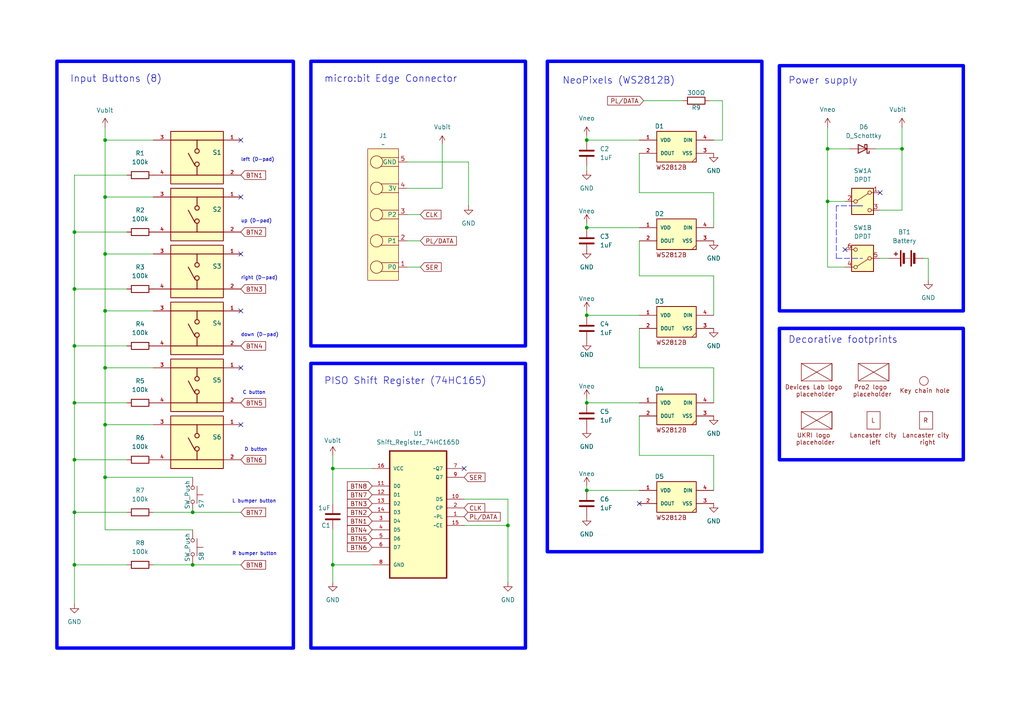
<source format=kicad_sch>
(kicad_sch (version 20231120) (generator "eeschema") (generator_version "8.0")
  (paper "A4")
  (title_block (title "solder:bit Gamepad") (date "2024-07-01") (rev "v0.6") (company "Aron Eggens"))
  (lib_symbols
    (symbol "Device:Battery" (pin_numbers hide) (pin_names (offset 0) hide)
      (property "Reference" "BT" (at 2.54 2.54 0))
      (property "Value" "Battery" (at 2.54 0 0))
      (symbol "Battery_0_1"
        (rectangle (start -2.286 -1.27) (end 2.286 -1.524) (fill (type outline)))
        (rectangle (start -2.286 1.778) (end 2.286 1.524) (fill (type outline)))
        (rectangle (start -1.524 -2.032) (end 1.524 -2.54) (fill (type outline)))
        (rectangle (start -1.524 1.016) (end 1.524 0.508) (fill (type outline)))
        (polyline (pts (xy 0 -1.016) (xy 0 -0.762)))
        (polyline (pts (xy 0 -0.508) (xy 0 -0.254)))
        (polyline (pts (xy 0 0) (xy 0 0.254)))
        (polyline (pts (xy 0 1.778) (xy 0 2.54)))
        (polyline (pts (xy 0.762 3.048) (xy 1.778 3.048)) (stroke (width 0.254)))
        (polyline (pts (xy 1.27 3.556) (xy 1.27 2.54)) (stroke (width 0.254)))
      )
      (symbol "Battery_1_1"
        (pin passive line (at 0 5.08 270) (length 2.54) (name "+") (number "1"))
        (pin passive line (at 0 -5.08 90) (length 2.54) (name "-") (number "2"))
      )
    )
    (symbol "Device:C" (pin_numbers hide) (pin_names (offset 0.254))
      (property "Reference" "C" (at 0.635 2.54 0))
      (property "Value" "C" (at 0.635 -2.54 0))
      (symbol "C_0_1"
        (polyline (pts (xy -2.032 -0.762) (xy 2.032 -0.762)) (stroke (width 0.508)))
        (polyline (pts (xy -2.032 0.762) (xy 2.032 0.762)) (stroke (width 0.508)))
      )
      (symbol "C_1_1"
        (pin passive line (at 0 3.81 270) (length 2.794) (name "~") (number "1"))
        (pin passive line (at 0 -3.81 90) (length 2.794) (name "~") (number "2"))
      )
    )
    (symbol "Device:D_Schottky" (pin_numbers hide) (pin_names (offset 1.016) hide)
      (property "Reference" "D" (at 0 2.54 0))
      (property "Value" "D_Schottky" (at 0 -2.54 0))
      (symbol "D_Schottky_0_1"
        (polyline (pts (xy 1.27 0) (xy -1.27 0)))
        (polyline (pts (xy 1.27 1.27) (xy 1.27 -1.27) (xy -1.27 0) (xy 1.27 1.27)) (stroke (width 0.254)))
        (polyline (pts (xy -1.905 0.635) (xy -1.905 1.27) (xy -1.27 1.27) (xy -1.27 -1.27) (xy -0.635 -1.27) (xy -0.635 -0.635)) (stroke (width 0.254)))
      )
      (symbol "D_Schottky_1_1"
        (pin passive line (at -3.81 0 0) (length 2.54) (name "K") (number "1"))
        (pin passive line (at 3.81 0 180) (length 2.54) (name "A") (number "2"))
      )
    )
    (symbol "Device:R" (pin_numbers hide) (pin_names (offset 0))
      (property "Reference" "R" (at 2.032 0 90))
      (property "Value" "R" (at 0 0 90))
      (symbol "R_0_1"
        (rectangle (start -1.016 -2.54) (end 1.016 2.54) (stroke (width 0.254)))
      )
      (symbol "R_1_1"
        (pin passive line (at 0 3.81 270) (length 1.27) (name "~") (number "1"))
        (pin passive line (at 0 -3.81 90) (length 1.27) (name "~") (number "2"))
      )
    )
    (symbol "Solderbit_Gamepad:Devices-Lab_Logo_Placeholder" (in_bom no)
      (symbol "Devices-Lab_Logo_Placeholder_0_1"
        (rectangle (start -3.81 -1.27) (end 5.08 -6.35))
        (polyline (pts (xy -3.81 -1.27) (xy 5.08 -6.35) (xy 5.08 -1.27) (xy -3.81 -6.35)))
      )
      (symbol "Devices-Lab_Logo_Placeholder_1_1"
        (text "Devices Lab logo \nplaceholder" (at 0.254 -9.144 0) (effects (font (size 1.27 1.27))))
      )
    )
    (symbol "Solderbit_Gamepad:Key_Chain_Hole" (in_bom no)
      (symbol "Key_Chain_Hole_0_1"
        (circle (center 0 -2.54) (radius 1.27))
      )
      (symbol "Key_Chain_Hole_1_1"
        (text "Key chain hole" (at 0.254 -5.334 0) (effects (font (size 1.27 1.27))))
      )
    )
    (symbol "Solderbit_Gamepad:LSS_Left" (in_bom no)
      (symbol "LSS_Left_0_1"
        (rectangle (start -1.27 -1.27) (end 2.54 -6.35))
      )
      (symbol "LSS_Left_1_1"
        (text "L" (at 0.508 -3.81 0) (effects (font (size 1.27 1.27))))
        (text "Lancaster city \nleft" (at 1.016 -9.144 0) (effects (font (size 1.27 1.27))))
      )
    )
    (symbol "Solderbit_Gamepad:LSS_Right" (in_bom no)
      (symbol "LSS_Right_0_1"
        (rectangle (start -1.27 -1.27) (end 2.54 -6.35))
      )
      (symbol "LSS_Right_1_1"
        (text "Lancaster city \nright" (at 1.016 -9.144 0) (effects (font (size 1.27 1.27))))
        (text "R" (at 0.508 -3.81 0) (effects (font (size 1.27 1.27))))
      )
    )
    (symbol "Solderbit_Gamepad:Microbit_Edge_Connector"
      (property "Reference" "REF" (at -22.86 5.08 0))
      (symbol "Microbit_Edge_Connector_0_1"
        (circle (center -15.24 2.54) (radius 1.7961))
        (circle (center -7.62 2.54) (radius 1.7961))
        (polyline (pts (xy -16.51 -3.81) (xy -16.51 1.27)))
        (polyline (pts (xy -13.97 1.27) (xy -13.97 -3.81)))
        (polyline (pts (xy -8.89 -3.81) (xy -8.89 1.27)))
        (polyline (pts (xy -6.35 1.27) (xy -6.35 -3.81)))
        (polyline (pts (xy -1.27 -3.81) (xy -1.27 1.27)))
        (polyline (pts (xy 1.27 1.27) (xy 1.27 -3.81)))
        (polyline (pts (xy 6.35 1.27) (xy 6.35 -3.81)))
        (polyline (pts (xy 8.89 -3.81) (xy 8.89 1.27)))
        (polyline (pts (xy 13.97 1.27) (xy 13.97 -3.81)))
        (polyline (pts (xy 16.51 1.27) (xy 16.51 -3.81)))
        (circle (center 0 2.54) (radius 1.7961))
        (circle (center 7.62 2.54) (radius 1.7961))
        (circle (center 15.24 2.54) (radius 1.7961))
      )
      (symbol "Microbit_Edge_Connector_1_1"
        (rectangle (start -19.05 5.08) (end 19.05 -3.81) (fill (type background)))
        (pin bidirectional line (at -15.24 -6.35 90) (length 2.54) (name "P0") (number "1"))
        (pin bidirectional line (at -7.62 -6.35 90) (length 2.54) (name "P1") (number "2"))
        (pin bidirectional line (at 0 -6.35 90) (length 2.54) (name "P2") (number "3"))
        (pin power_out line (at 7.62 -6.35 90) (length 2.54) (name "3V") (number "4"))
        (pin power_out line (at 15.24 -6.35 90) (length 2.54) (name "GND") (number "5"))
      )
    )
    (symbol "Solderbit_Gamepad:NeoPixel_WS2812B" (pin_names (offset 1.016))
      (property "Reference" "D" (at -5.588 8.382 0))
      (symbol "NeoPixel_WS2812B_0_0"
        (rectangle (start -6.35 7.62) (end 5.08 -1.27) (stroke (width 0.254)) (fill (type background)))
        (text "WS2812B" (at -6.604 -3.556 0) (effects (font (size 1.27 1.27)) (justify left bottom)))
      )
      (symbol "NeoPixel_WS2812B_0_1"
        (polyline (pts (xy 5.08 0) (xy 3.81 -1.27)))
      )
      (symbol "NeoPixel_WS2812B_1_0"
        (pin power_in line (at -11.43 5.08 0) (length 5.08) (name "VDD") (number "1"))
        (pin output line (at -11.43 1.27 0) (length 5.08) (name "DOUT") (number "2"))
        (pin power_in line (at 10.16 1.27 180) (length 5.08) (name "VSS") (number "3"))
        (pin input line (at 10.16 5.08 180) (length 5.08) (name "DIN") (number "4"))
      )
    )
    (symbol "Solderbit_Gamepad:Pro2_Logo_Placeholder" (in_bom no)
      (symbol "Pro2_Logo_Placeholder_0_1"
        (rectangle (start -3.81 -1.27) (end 5.08 -6.35))
        (polyline (pts (xy -3.81 -1.27) (xy 5.08 -6.35) (xy 5.08 -1.27) (xy -3.81 -6.35)))
      )
      (symbol "Pro2_Logo_Placeholder_1_1"
        (text "Pro2 logo \nplaceholder" (at 0.254 -9.144 0) (effects (font (size 1.27 1.27))))
      )
    )
    (symbol "Solderbit_Gamepad:Shift_Register_74HC165D" (pin_names (offset 1.016))
      (property "Reference" "U" (at -12.7 22.86 0))
      (property "Value" "Shift_Register_74HC165D" (at -11.43 -19.05 0))
      (symbol "Shift_Register_74HC165D_0_0"
        (rectangle (start -12.7 21.59) (end 3.81 -15.24) (stroke (width 0.4064)) (fill (type background)))
        (pin input line (at 8.89 2.54 180) (length 5.08) (name "~PL") (number "1"))
        (pin input line (at 8.89 7.62 180) (length 5.08) (name "DS") (number "10"))
        (pin input line (at -17.78 11.43 0) (length 5.08) (name "D0") (number "11"))
        (pin input line (at -17.78 8.89 0) (length 5.08) (name "D1") (number "12"))
        (pin input line (at -17.78 6.35 0) (length 5.08) (name "D2") (number "13"))
        (pin input line (at -17.78 3.81 0) (length 5.08) (name "D3") (number "14"))
        (pin input line (at 8.89 0 180) (length 5.08) (name "~CE") (number "15"))
        (pin power_in line (at -17.78 16.51 0) (length 5.08) (name "VCC") (number "16"))
        (pin input line (at 8.89 5.08 180) (length 5.08) (name "CP") (number "2"))
        (pin input line (at -17.78 1.27 0) (length 5.08) (name "D4") (number "3"))
        (pin input line (at -17.78 -1.27 0) (length 5.08) (name "D5") (number "4"))
        (pin input line (at -17.78 -3.81 0) (length 5.08) (name "D6") (number "5"))
        (pin input line (at -17.78 -6.35 0) (length 5.08) (name "D7") (number "6"))
        (pin output line (at 8.89 16.51 180) (length 5.08) (name "~Q7") (number "7"))
        (pin passive line (at -17.78 -11.43 0) (length 5.08) (name "GND") (number "8"))
        (pin output line (at 8.89 13.97 180) (length 5.08) (name "Q7") (number "9"))
      )
    )
    (symbol "Solderbit_Gamepad:Tactile_Switch_Button" (pin_names (offset 1.016))
      (property "Reference" "S" (at -7.112 0.762 0))
      (symbol "Tactile_Switch_Button_0_0"
        (circle (center 0 -1.905) (radius 0.635) (stroke (width 0.254)))
        (polyline (pts (xy 0 -5.08) (xy -7.62 -5.08)) (stroke (width 0.254)))
        (polyline (pts (xy 0 -5.08) (xy 7.62 -5.08)) (stroke (width 0.254)))
        (polyline (pts (xy 0 -2.54) (xy 0 -5.08)) (stroke (width 0.254)))
        (polyline (pts (xy 0 5.08) (xy -7.62 5.08)) (stroke (width 0.254)))
        (polyline (pts (xy 0 5.08) (xy 0 2.54)) (stroke (width 0.254)))
        (polyline (pts (xy 0 5.08) (xy 7.62 5.08)) (stroke (width 0.254)))
        (polyline (pts (xy 0.635 -2.2225) (xy 2.54 1.27)) (stroke (width 0.254)))
        (circle (center 0 1.905) (radius 0.635) (stroke (width 0.254)))
        (pin passive line (at -12.7 5.08 0) (length 5.08) (name "~") (number "1"))
        (pin passive line (at -12.7 -5.08 0) (length 5.08) (name "~") (number "2"))
        (pin passive line (at 12.7 5.08 180) (length 5.08) (name "~") (number "3"))
        (pin passive line (at 12.7 -5.08 180) (length 5.08) (name "~") (number "4"))
      )
      (symbol "Tactile_Switch_Button_1_0"
        (rectangle (start -7.62 7.62) (end 7.62 -7.62) (stroke (width 0.254)) (fill (type background)))
      )
    )
    (symbol "Solderbit_Gamepad:UKRI_Logo_Placeholder" (in_bom no)
      (symbol "UKRI_Logo_Placeholder_0_1"
        (rectangle (start -3.81 -1.27) (end 5.08 -6.35))
        (polyline (pts (xy -3.81 -1.27) (xy 5.08 -6.35) (xy 5.08 -1.27) (xy -3.81 -6.35)))
      )
      (symbol "UKRI_Logo_Placeholder_1_1"
        (text "UKRI logo \nplaceholder" (at 0.254 -9.144 0) (effects (font (size 1.27 1.27))))
      )
    )
    (symbol "Switch:SW_DPDT_x2" (pin_names (offset 0) hide)
      (property "Reference" "SW" (at 0 5.08 0))
      (property "Value" "SW_DPDT_x2" (at 0 -5.08 0))
      (symbol "SW_DPDT_x2_0_0"
        (circle (center -2.032 0) (radius 0.508))
        (circle (center 2.032 -2.54) (radius 0.508))
      )
      (symbol "SW_DPDT_x2_0_1"
        (rectangle (start -3.175 3.81) (end 3.175 -3.81) (stroke (width 0.254)) (fill (type background)))
        (polyline (pts (xy -1.524 0.254) (xy 1.5748 2.286)))
        (circle (center 2.032 2.54) (radius 0.508))
      )
      (symbol "SW_DPDT_x2_1_1"
        (pin passive line (at 5.08 2.54 180) (length 2.54) (name "A") (number "1"))
        (pin passive line (at -5.08 0 0) (length 2.54) (name "B") (number "2"))
        (pin passive line (at 5.08 -2.54 180) (length 2.54) (name "C") (number "3"))
      )
      (symbol "SW_DPDT_x2_2_1"
        (pin passive line (at 5.08 2.54 180) (length 2.54) (name "A") (number "4"))
        (pin passive line (at -5.08 0 0) (length 2.54) (name "B") (number "5"))
        (pin passive line (at 5.08 -2.54 180) (length 2.54) (name "C") (number "6"))
      )
    )
    (symbol "Switch:SW_Push" (pin_numbers hide) (pin_names (offset 1.016) hide)
      (property "Reference" "SW" (at 1.27 2.54 0))
      (property "Value" "SW_Push" (at 0 -1.524 0))
      (symbol "SW_Push_0_1"
        (circle (center -2.032 0) (radius 0.508))
        (polyline (pts (xy 0 1.27) (xy 0 3.048)))
        (polyline (pts (xy 2.54 1.27) (xy -2.54 1.27)))
        (circle (center 2.032 0) (radius 0.508))
        (pin passive line (at -5.08 0 0) (length 2.54) (name "1") (number "1"))
        (pin passive line (at 5.08 0 180) (length 2.54) (name "2") (number "2"))
      )
    )
    (symbol "power:+3V0" (power) (pin_numbers hide) (pin_names (offset 0) hide)
      (property "Value" "+3V0" (at 0 3.556 0))
      (symbol "+3V0_0_1"
        (polyline (pts (xy -0.762 1.27) (xy 0 2.54)))
        (polyline (pts (xy 0 0) (xy 0 2.54)))
        (polyline (pts (xy 0 2.54) (xy 0.762 1.27)))
      )
      (symbol "+3V0_1_1"
        (pin power_in line (at 0 0 90) (length 0) (name "~") (number "1"))
      )
    )
    (symbol "power:GND" (power) (pin_numbers hide) (pin_names (offset 0) hide)
      (property "Value" "GND" (at 0 -3.81 0))
      (symbol "GND_0_1"
        (polyline (pts (xy 0 0) (xy 0 -1.27) (xy 1.27 -1.27) (xy 0 -2.54) (xy -1.27 -1.27) (xy 0 -1.27)))
      )
      (symbol "GND_1_1"
        (pin power_in line (at 0 0 270) (length 0) (name "~") (number "1"))
      )
    )
  )
  (junction (at 21.59 163.83))
  (junction (at 55.88 163.83))
  (junction (at 261.62 43.18))
  (junction (at 170.18 91.44))
  (junction (at 30.48 73.66))
  (junction (at 21.59 148.59))
  (junction (at 30.48 123.19))
  (junction (at 30.48 106.68))
  (junction (at 21.59 116.84))
  (junction (at 240.03 43.18))
  (junction (at 96.52 163.83))
  (junction (at 96.52 135.89))
  (junction (at 170.18 116.84))
  (junction (at 30.48 40.64))
  (junction (at 30.48 138.43))
  (junction (at 21.59 133.35))
  (junction (at 147.32 152.4))
  (junction (at 55.88 148.59))
  (junction (at 170.18 66.04))
  (junction (at 21.59 100.33))
  (junction (at 170.18 142.24))
  (junction (at 240.03 58.42))
  (junction (at 30.48 57.15))
  (junction (at 30.48 90.17))
  (junction (at 21.59 67.31))
  (junction (at 170.18 40.64))
  (junction (at 21.59 83.82))
  (no_connect (at 255.27 55.88))
  (no_connect (at 185.42 146.05))
  (no_connect (at 69.85 106.68))
  (no_connect (at 69.85 90.17))
  (no_connect (at 69.85 73.66))
  (no_connect (at 245.11 72.39))
  (no_connect (at 69.85 40.64))
  (no_connect (at 134.62 135.89))
  (no_connect (at 69.85 57.15))
  (no_connect (at 69.85 123.19))
  (wire (pts (xy 207.01 106.68) (xy 207.01 116.84)))
  (wire (pts (xy 170.18 39.37) (xy 170.18 40.64)))
  (wire (pts (xy 185.42 44.45) (xy 185.42 55.88)))
  (wire (pts (xy 170.18 66.04) (xy 185.42 66.04)))
  (wire (pts (xy 209.55 29.21) (xy 209.55 40.64)))
  (wire (pts (xy 170.18 142.24) (xy 185.42 142.24)))
  (wire (pts (xy 185.42 106.68) (xy 207.01 106.68)))
  (wire (pts (xy 254 43.18) (xy 261.62 43.18)))
  (wire (pts (xy 128.27 54.61) (xy 128.27 41.91)))
  (wire (pts (xy 96.52 153.67) (xy 96.52 163.83)))
  (wire (pts (xy 240.03 58.42) (xy 240.03 77.47)))
  (wire (pts (xy 269.24 74.93) (xy 269.24 81.28)))
  (wire (pts (xy 30.48 138.43) (xy 30.48 153.67)))
  (wire (pts (xy 21.59 67.31) (xy 21.59 83.82)))
  (wire (pts (xy 207.01 132.08) (xy 207.01 142.24)))
  (wire (pts (xy 30.48 73.66) (xy 30.48 90.17)))
  (wire (pts (xy 21.59 83.82) (xy 21.59 100.33)))
  (polyline (pts (xy 250.19 59.69) (xy 242.57 59.69)) (stroke (width 0) (type dash) (color 0 0 255 1)))
  (wire (pts (xy 170.18 140.97) (xy 170.18 142.24)))
  (wire (pts (xy 134.62 152.4) (xy 147.32 152.4)))
  (wire (pts (xy 185.42 132.08) (xy 207.01 132.08)))
  (wire (pts (xy 36.83 133.35) (xy 21.59 133.35)))
  (wire (pts (xy 170.18 90.17) (xy 170.18 91.44)))
  (wire (pts (xy 170.18 115.57) (xy 170.18 116.84)))
  (wire (pts (xy 96.52 135.89) (xy 96.52 146.05)))
  (wire (pts (xy 55.88 148.59) (xy 69.85 148.59)))
  (wire (pts (xy 30.48 40.64) (xy 30.48 57.15)))
  (wire (pts (xy 245.11 58.42) (xy 240.03 58.42)))
  (polyline (pts (xy 242.57 74.93) (xy 250.19 74.93)) (stroke (width 0) (type dash) (color 0 0 255 1)))
  (wire (pts (xy 240.03 43.18) (xy 240.03 58.42)))
  (wire (pts (xy 30.48 138.43) (xy 55.88 138.43)))
  (wire (pts (xy 147.32 144.78) (xy 147.32 152.4)))
  (wire (pts (xy 118.11 62.23) (xy 121.92 62.23)))
  (wire (pts (xy 36.83 163.83) (xy 21.59 163.83)))
  (wire (pts (xy 21.59 116.84) (xy 21.59 133.35)))
  (wire (pts (xy 107.95 135.89) (xy 96.52 135.89)))
  (wire (pts (xy 44.45 106.68) (xy 30.48 106.68)))
  (wire (pts (xy 30.48 123.19) (xy 30.48 138.43)))
  (wire (pts (xy 118.11 77.47) (xy 121.92 77.47)))
  (wire (pts (xy 170.18 116.84) (xy 185.42 116.84)))
  (wire (pts (xy 170.18 73.66) (xy 170.18 72.39)))
  (wire (pts (xy 44.45 123.19) (xy 30.48 123.19)))
  (wire (pts (xy 207.01 80.01) (xy 207.01 91.44)))
  (wire (pts (xy 170.18 64.77) (xy 170.18 66.04)))
  (wire (pts (xy 134.62 144.78) (xy 147.32 144.78)))
  (wire (pts (xy 96.52 135.89) (xy 96.52 132.08)))
  (wire (pts (xy 186.69 29.21) (xy 198.12 29.21)))
  (wire (pts (xy 36.83 148.59) (xy 21.59 148.59)))
  (wire (pts (xy 30.48 73.66) (xy 44.45 73.66)))
  (wire (pts (xy 36.83 50.8) (xy 21.59 50.8)))
  (wire (pts (xy 170.18 91.44) (xy 185.42 91.44)))
  (wire (pts (xy 118.11 69.85) (xy 121.92 69.85)))
  (wire (pts (xy 240.03 77.47) (xy 245.11 77.47)))
  (wire (pts (xy 240.03 43.18) (xy 246.38 43.18)))
  (wire (pts (xy 185.42 55.88) (xy 207.01 55.88)))
  (wire (pts (xy 147.32 152.4) (xy 147.32 168.91)))
  (wire (pts (xy 21.59 100.33) (xy 36.83 100.33)))
  (wire (pts (xy 185.42 69.85) (xy 185.42 80.01)))
  (wire (pts (xy 36.83 116.84) (xy 21.59 116.84)))
  (wire (pts (xy 118.11 54.61) (xy 128.27 54.61)))
  (wire (pts (xy 255.27 60.96) (xy 261.62 60.96)))
  (wire (pts (xy 30.48 36.83) (xy 30.48 40.64)))
  (polyline (pts (xy 250.19 59.69) (xy 247.65 59.69)))
  (wire (pts (xy 21.59 50.8) (xy 21.59 67.31)))
  (wire (pts (xy 135.89 46.99) (xy 135.89 59.69)))
  (wire (pts (xy 21.59 100.33) (xy 21.59 116.84)))
  (wire (pts (xy 207.01 55.88) (xy 207.01 66.04)))
  (wire (pts (xy 261.62 36.83) (xy 261.62 43.18)))
  (wire (pts (xy 209.55 40.64) (xy 207.01 40.64)))
  (wire (pts (xy 170.18 40.64) (xy 185.42 40.64)))
  (wire (pts (xy 30.48 90.17) (xy 44.45 90.17)))
  (wire (pts (xy 170.18 48.26) (xy 170.18 49.53)))
  (wire (pts (xy 107.95 163.83) (xy 96.52 163.83)))
  (wire (pts (xy 36.83 67.31) (xy 21.59 67.31)))
  (wire (pts (xy 205.74 29.21) (xy 209.55 29.21)))
  (wire (pts (xy 44.45 40.64) (xy 30.48 40.64)))
  (wire (pts (xy 240.03 36.83) (xy 240.03 43.18)))
  (wire (pts (xy 44.45 57.15) (xy 30.48 57.15)))
  (wire (pts (xy 185.42 95.25) (xy 185.42 106.68)))
  (wire (pts (xy 255.27 74.93) (xy 257.81 74.93)))
  (wire (pts (xy 21.59 133.35) (xy 21.59 148.59)))
  (wire (pts (xy 185.42 80.01) (xy 207.01 80.01)))
  (wire (pts (xy 44.45 148.59) (xy 55.88 148.59)))
  (wire (pts (xy 21.59 148.59) (xy 21.59 163.83)))
  (wire (pts (xy 96.52 163.83) (xy 96.52 168.91)))
  (wire (pts (xy 21.59 163.83) (xy 21.59 175.26)))
  (wire (pts (xy 267.97 74.93) (xy 269.24 74.93)))
  (wire (pts (xy 30.48 123.19) (xy 30.48 106.68)))
  (polyline (pts (xy 242.57 59.69) (xy 242.57 74.93)) (stroke (width 0) (type dash) (color 0 0 255 1)))
  (wire (pts (xy 118.11 46.99) (xy 135.89 46.99)))
  (wire (pts (xy 44.45 163.83) (xy 55.88 163.83)))
  (wire (pts (xy 30.48 153.67) (xy 55.88 153.67)))
  (wire (pts (xy 55.88 163.83) (xy 69.85 163.83)))
  (wire (pts (xy 261.62 43.18) (xy 261.62 60.96)))
  (wire (pts (xy 185.42 120.65) (xy 185.42 132.08)))
  (wire (pts (xy 30.48 57.15) (xy 30.48 73.66)))
  (wire (pts (xy 21.59 83.82) (xy 36.83 83.82)))
  (wire (pts (xy 30.48 90.17) (xy 30.48 106.68)))
  (rectangle (start 158.75 17.78) (end 220.98 160.02) (stroke (width 1) (color 0 0 255 0.15)))
  (rectangle (start 226.06 19.05) (end 279.4 90.17) (stroke (width 1) (color 0 0 255 0.15)))
  (rectangle (start 16.51 17.78) (end 85.09 187.96) (stroke (width 1) (color 0 0 255 0.15)))
  (rectangle (start 226.06 95.25) (end 279.4 133.35) (stroke (width 1) (color 0 0 255 0.15)))
  (rectangle (start 90.17 105.41) (end 152.4 187.96) (stroke (width 1) (color 0 0 255 0.15)))
  (rectangle (start 90.17 17.78) (end 152.4 100.33) (stroke (width 1) (color 0 0 255 0.15)))
  (text "D button" (at 70.866 131.064 0) (effects (font (size 1 1)) (justify left bottom)))
  (text "down (D-pad)" (at 69.85 97.79 0) (effects (font (size 1 1)) (justify left bottom)))
  (text "NeoPixels (WS2812B)\n" (at 163.068 24.638 0) (effects (font (size 2 2)) (justify left bottom)))
  (text "C button" (at 70.358 114.554 0) (effects (font (size 1 1)) (justify left bottom)))
  (text "Input Buttons (8)" (at 20.32 24.13 0) (effects (font (size 2 2)) (justify left bottom)))
  (text "L bumper button" (at 67.31 146.05 0) (effects (font (size 1 1)) (justify left bottom)))
  (text "left (D-pad)" (at 69.85 46.99 0) (effects (font (size 1 1)) (justify left bottom)))
  (text "R bumper button" (at 67.31 161.29 0) (effects (font (size 1 1)) (justify left bottom)))
  (text "Power supply" (at 228.6 24.638 0) (effects (font (size 2 2)) (justify left bottom)))
  (text "micro:bit Edge Connector\n" (at 93.98 24.13 0) (effects (font (size 2 2)) (justify left bottom)))
  (text "right (D-pad)" (at 69.85 81.28 0) (effects (font (size 1 1)) (justify left bottom)))
  (text "Decorative footprints" (at 228.6 99.822 0) (effects (font (size 2 2)) (justify left bottom)))
  (text "up (D-pad)" (at 69.85 64.77 0) (effects (font (size 1 1)) (justify left bottom)))
  (text "PISO Shift Register (74HC165)" (at 93.98 111.76 0) (effects (font (size 2 2)) (justify left bottom)))
  (global_label "BTN2" (shape input) (at 107.95 148.59 180) (property "Intersheetrefs" "${INTERSHEET_REFS}" (effects (hide yes))))
  (global_label "BTN8" (shape input) (at 69.85 163.83 0) (property "Intersheetrefs" "${INTERSHEET_REFS}" (effects (hide yes))))
  (global_label "SER" (shape input) (at 134.62 138.43 0) (property "Intersheetrefs" "${INTERSHEET_REFS}" (effects (hide yes))))
  (global_label "BTN5" (shape input) (at 107.95 156.21 180) (property "Intersheetrefs" "${INTERSHEET_REFS}" (effects (hide yes))))
  (global_label "BTN3" (shape input) (at 69.85 83.82 0) (property "Intersheetrefs" "${INTERSHEET_REFS}" (effects (hide yes))))
  (global_label "CLK" (shape input) (at 134.62 147.32 0) (property "Intersheetrefs" "${INTERSHEET_REFS}" (effects (hide yes))))
  (global_label "BTN1" (shape input) (at 107.95 151.13 180) (property "Intersheetrefs" "${INTERSHEET_REFS}" (effects (hide yes))))
  (global_label "BTN4" (shape input) (at 69.85 100.33 0) (property "Intersheetrefs" "${INTERSHEET_REFS}" (effects (hide yes))))
  (global_label "BTN6" (shape input) (at 107.95 158.75 180) (property "Intersheetrefs" "${INTERSHEET_REFS}" (effects (hide yes))))
  (global_label "BTN4" (shape input) (at 107.95 153.67 180) (property "Intersheetrefs" "${INTERSHEET_REFS}" (effects (hide yes))))
  (global_label "PL{slash}DATA" (shape input) (at 186.69 29.21 180) (property "Intersheetrefs" "${INTERSHEET_REFS}" (effects (hide yes))))
  (global_label "SER" (shape input) (at 121.92 77.47 0) (property "Intersheetrefs" "${INTERSHEET_REFS}" (effects (hide yes))))
  (global_label "BTN1" (shape input) (at 69.85 50.8 0) (property "Intersheetrefs" "${INTERSHEET_REFS}" (effects (hide yes))))
  (global_label "BTN7" (shape input) (at 107.95 143.51 180) (property "Intersheetrefs" "${INTERSHEET_REFS}" (effects (hide yes))))
  (global_label "PL{slash}DATA" (shape input) (at 134.62 149.86 0) (property "Intersheetrefs" "${INTERSHEET_REFS}" (effects (hide yes))))
  (global_label "BTN5" (shape input) (at 69.85 116.84 0) (property "Intersheetrefs" "${INTERSHEET_REFS}" (effects (hide yes))))
  (global_label "PL{slash}DATA" (shape input) (at 121.92 69.85 0) (property "Intersheetrefs" "${INTERSHEET_REFS}" (effects (hide yes))))
  (global_label "BTN2" (shape input) (at 69.85 67.31 0) (property "Intersheetrefs" "${INTERSHEET_REFS}" (effects (hide yes))))
  (global_label "CLK" (shape input) (at 121.92 62.23 0) (property "Intersheetrefs" "${INTERSHEET_REFS}" (effects (hide yes))))
  (global_label "BTN3" (shape input) (at 107.95 146.05 180) (property "Intersheetrefs" "${INTERSHEET_REFS}" (effects (hide yes))))
  (global_label "BTN6" (shape input) (at 69.85 133.35 0) (property "Intersheetrefs" "${INTERSHEET_REFS}" (effects (hide yes))))
  (global_label "BTN8" (shape input) (at 107.95 140.97 180) (property "Intersheetrefs" "${INTERSHEET_REFS}" (effects (hide yes))))
  (global_label "BTN7" (shape input) (at 69.85 148.59 0) (property "Intersheetrefs" "${INTERSHEET_REFS}" (effects (hide yes))))
  (symbol (lib_id "power:GND") (at 207.01 146.05 0) (unit 1)
    (property "Reference" "#PWR015" (effects (hide yes)))
    (property "Value" "GND" (at 207.01 151.13 0))
    (property "Description" "Power symbol creates a global label with name \"GND\" , ground" (effects (hide yes)))
  )
  (symbol (lib_id "Solderbit_Gamepad:LSS_Right") (at 267.97 118.11 0) (unit 1) (in_bom no)
    (property "Reference" "G6" (effects (hide yes)))
    (property "Footprint" "Solderbit_Gamepad:LSS_R" (effects (hide yes)))
  )
  (symbol (lib_id "power:+3V0") (at 261.62 36.83 0) (unit 1)
    (property "Reference" "#PWR025" (effects (hide yes)))
    (property "Value" "Vubit" (at 260.35 31.75 0))
    (property "Description" "Power symbol creates a global label with name \"+3V0\"" (effects (hide yes)))
  )
  (symbol (lib_id "power:GND") (at 21.59 175.26 0) (mirror y) (unit 1)
    (property "Reference" "#PWR02" (effects (hide yes)))
    (property "Value" "GND" (at 21.59 180.34 0))
    (property "Description" "Power symbol creates a global label with name \"GND\" , ground" (effects (hide yes)))
  )
  (symbol (lib_id "Solderbit_Gamepad:Tactile_Switch_Button") (at 57.15 62.23 0) (mirror y) (unit 1)
    (property "Reference" "S2" (at 64.262 61.468 0) (effects (justify left bottom)))
    (property "Footprint" "Solderbit_Gamepad:Tactile_Switch" (effects (hide yes)))
  )
  (symbol (lib_id "power:GND") (at 170.18 49.53 0) (unit 1)
    (property "Reference" "#PWR08" (effects (hide yes)))
    (property "Value" "GND" (at 170.18 54.61 0))
    (property "Description" "Power symbol creates a global label with name \"GND\" , ground" (effects (hide yes)))
  )
  (symbol (lib_id "Solderbit_Gamepad:Devices-Lab_Logo_Placeholder") (at 236.22 104.14 0) (unit 1) (in_bom no)
    (property "Reference" "G1" (effects (hide yes)))
    (property "Footprint" "Solderbit_Gamepad:Devices-Lab_Logo_H9mm" (effects (hide yes)))
  )
  (symbol (lib_id "Solderbit_Gamepad:Tactile_Switch_Button") (at 57.15 95.25 0) (mirror y) (unit 1)
    (property "Reference" "S4" (at 64.262 94.488 0) (effects (justify left bottom)))
    (property "Footprint" "Solderbit_Gamepad:Tactile_Switch" (effects (hide yes)))
  )
  (symbol (lib_id "Switch:SW_Push") (at 55.88 143.51 270) (unit 1)
    (property "Reference" "S7" (at 58.42 144.78 0) (effects (justify left)))
    (property "Value" "SW_Push" (at 54.356 143.51 0))
    (property "Footprint" "Solderbit_Gamepad:Tactile_Switch_Left_90_Degrees" (effects (hide yes)))
    (property "Description" "Push button switch, generic, two pins" (effects (hide yes)))
  )
  (symbol (lib_id "Device:C") (at 170.18 44.45 0) (unit 1)
    (property "Reference" "C2" (at 173.99 43.1799 0) (effects (justify left)))
    (property "Value" "1uF" (at 173.99 45.7199 0) (effects (justify left)))
    (property "Footprint" "Solderbit_Gamepad:1206_Capacitor" (effects (hide yes)))
    (property "Description" "Unpolarized capacitor" (effects (hide yes)))
  )
  (symbol (lib_id "power:+3V0") (at 96.52 132.08 0) (unit 1)
    (property "Reference" "#PWR03" (effects (hide yes)))
    (property "Value" "Vubit" (at 93.98 127.762 0) (effects (justify left)))
    (property "Description" "Power symbol creates a global label with name \"+3V0\"" (effects (hide yes)))
  )
  (symbol (lib_id "Switch:SW_Push") (at 55.88 158.75 270) (unit 1)
    (property "Reference" "S8" (at 58.42 160.02 0) (effects (justify left)))
    (property "Value" "SW_Push" (at 54.356 158.75 0))
    (property "Footprint" "Solderbit_Gamepad:Tactile_Switch_Right_90_Degrees" (effects (hide yes)))
    (property "Description" "Push button switch, generic, two pins" (effects (hide yes)))
  )
  (symbol (lib_id "Solderbit_Gamepad:Key_Chain_Hole") (at 267.97 107.95 0) (unit 1) (in_bom no)
    (property "Reference" "G3" (effects (hide yes)))
    (property "Footprint" "Solderbit_Gamepad:Key_Chain_Hole" (effects (hide yes)))
  )
  (symbol (lib_id "Switch:SW_DPDT_x2") (at 250.19 74.93 180) (unit 2)
    (property "Reference" "SW1" (at 250.19 66.04 0))
    (property "Value" "DPDT" (at 250.19 68.58 0))
    (property "Footprint" "Solderbit_Gamepad:Sliding_Switch_DPDT" (effects (hide yes)))
    (property "Description" "Switch, dual pole double throw, separate symbols" (effects (hide yes)))
  )
  (symbol (lib_id "Solderbit_Gamepad:Shift_Register_74HC165D") (at 125.73 152.4 0) (unit 1)
    (property "Reference" "U1" (at 121.285 125.73 0))
    (property "Value" "Shift_Register_74HC165D" (at 121.285 128.27 0))
    (property "Footprint" "Solderbit_Gamepad:Shift_Register_74HC165D" (effects (hide yes)))
  )
  (symbol (lib_id "power:+3V0") (at 170.18 64.77 0) (unit 1)
    (property "Reference" "#PWR020" (effects (hide yes)))
    (property "Value" "Vneo" (at 170.18 61.214 0))
    (property "Description" "Power symbol creates a global label with name \"+3V0\"" (effects (hide yes)))
  )
  (symbol (lib_id "power:GND") (at 269.24 81.28 0) (unit 1)
    (property "Reference" "#PWR09" (effects (hide yes)))
    (property "Value" "GND" (at 269.24 86.36 0))
    (property "Description" "Power symbol creates a global label with name \"GND\" , ground" (effects (hide yes)))
  )
  (symbol (lib_id "Solderbit_Gamepad:Microbit_Edge_Connector") (at 111.76 62.23 90) (unit 1)
    (property "Reference" "J1" (at 111.125 39.37 90))
    (property "Value" "~" (at 111.125 41.91 90))
    (property "Footprint" "Solderbit_Gamepad:Microbit_Edge_Connector" (effects (hide yes)))
  )
  (symbol (lib_id "Solderbit_Gamepad:NeoPixel_WS2812B") (at 196.85 96.52 0) (unit 1)
    (property "Reference" "D3" (at 191.262 88.138 0) (effects (justify bottom)))
    (property "Value" "NeoPixel_WS2812B" (effects (hide yes)))
    (property "Footprint" "Solderbit_Gamepad:NeoPixel_WS2812B" (effects (hide yes)))
  )
  (symbol (lib_id "Solderbit_Gamepad:Tactile_Switch_Button") (at 57.15 45.72 0) (mirror y) (unit 1)
    (property "Reference" "S1" (at 64.262 44.958 0) (effects (justify left bottom)))
    (property "Footprint" "Solderbit_Gamepad:Tactile_Switch" (effects (hide yes)))
  )
  (symbol (lib_id "power:GND") (at 170.18 99.06 0) (unit 1)
    (property "Reference" "#PWR013" (effects (hide yes)))
    (property "Value" "GND" (at 170.18 102.87 0))
    (property "Description" "Power symbol creates a global label with name \"GND\" , ground" (effects (hide yes)))
  )
  (symbol (lib_id "Device:R") (at 40.64 100.33 270) (mirror x) (unit 1)
    (property "Reference" "R4" (at 40.64 93.98 90))
    (property "Value" "100k" (at 40.64 96.52 90))
    (property "Footprint" "Solderbit_Gamepad:1206_Resistor" (effects (hide yes)))
    (property "Description" "Resistor" (effects (hide yes)))
  )
  (symbol (lib_id "Device:C") (at 170.18 95.25 0) (unit 1)
    (property "Reference" "C4" (at 173.99 93.9799 0) (effects (justify left)))
    (property "Value" "1uF" (at 173.99 96.5199 0) (effects (justify left)))
    (property "Footprint" "Solderbit_Gamepad:1206_Capacitor" (effects (hide yes)))
    (property "Description" "Unpolarized capacitor" (effects (hide yes)))
  )
  (symbol (lib_id "Device:C") (at 170.18 146.05 0) (unit 1)
    (property "Reference" "C6" (at 173.99 144.7799 0) (effects (justify left)))
    (property "Value" "1uF" (at 173.99 147.3199 0) (effects (justify left)))
    (property "Footprint" "Solderbit_Gamepad:1206_Capacitor" (effects (hide yes)))
    (property "Description" "Unpolarized capacitor" (effects (hide yes)))
  )
  (symbol (lib_id "power:GND") (at 170.18 72.39 0) (unit 1)
    (property "Reference" "#PWR012" (effects (hide yes)))
    (property "Value" "GND" (at 170.18 77.47 0))
    (property "Description" "Power symbol creates a global label with name \"GND\" , ground" (effects (hide yes)))
  )
  (symbol (lib_id "Solderbit_Gamepad:UKRI_Logo_Placeholder") (at 236.22 118.11 0) (unit 1) (in_bom no)
    (property "Reference" "G4" (effects (hide yes)))
    (property "Footprint" "Solderbit_Gamepad:UKRI_Logo" (effects (hide yes)))
  )
  (symbol (lib_id "Device:R") (at 40.64 133.35 270) (mirror x) (unit 1)
    (property "Reference" "R6" (at 40.64 127 90))
    (property "Value" "100k" (at 40.64 129.54 90))
    (property "Footprint" "Solderbit_Gamepad:1206_Resistor" (effects (hide yes)))
    (property "Description" "Resistor" (effects (hide yes)))
  )
  (symbol (lib_id "power:+3V0") (at 170.18 90.17 0) (unit 1)
    (property "Reference" "#PWR021" (effects (hide yes)))
    (property "Value" "Vneo" (at 170.18 86.614 0))
    (property "Description" "Power symbol creates a global label with name \"+3V0\"" (effects (hide yes)))
  )
  (symbol (lib_id "Device:R") (at 201.93 29.21 270) (unit 1)
    (property "Reference" "R9" (at 201.93 31.242 90))
    (property "Value" "300Ω" (at 201.93 26.924 90))
    (property "Footprint" "Solderbit_Gamepad:1206_Resistor" (effects (hide yes)))
    (property "Description" "Resistor" (effects (hide yes)))
  )
  (symbol (lib_id "power:+3V0") (at 170.18 39.37 0) (unit 1)
    (property "Reference" "#PWR019" (effects (hide yes)))
    (property "Value" "Vneo" (at 170.18 34.29 0))
    (property "Description" "Power symbol creates a global label with name \"+3V0\"" (effects (hide yes)))
  )
  (symbol (lib_id "Device:R") (at 40.64 148.59 90) (mirror x) (unit 1)
    (property "Reference" "R7" (at 40.64 142.24 90))
    (property "Value" "100k" (at 40.64 144.78 90))
    (property "Footprint" "Solderbit_Gamepad:1206_Resistor" (effects (hide yes)))
    (property "Description" "Resistor" (effects (hide yes)))
  )
  (symbol (lib_id "power:GND") (at 207.01 120.65 0) (unit 1)
    (property "Reference" "#PWR05" (effects (hide yes)))
    (property "Value" "GND" (at 207.01 125.73 0))
    (property "Description" "Power symbol creates a global label with name \"GND\" , ground" (effects (hide yes)))
  )
  (symbol (lib_id "Solderbit_Gamepad:Tactile_Switch_Button") (at 57.15 128.27 0) (mirror y) (unit 1)
    (property "Reference" "S6" (at 64.262 127.508 0) (effects (justify left bottom)))
    (property "Footprint" "Solderbit_Gamepad:Tactile_Switch" (effects (hide yes)))
  )
  (symbol (lib_id "power:+3V0") (at 30.48 36.83 0) (mirror y) (unit 1)
    (property "Reference" "#PWR01" (effects (hide yes)))
    (property "Value" "Vubit" (at 27.94 32.004 0) (effects (justify right)))
    (property "Description" "Power symbol creates a global label with name \"+3V0\"" (effects (hide yes)))
  )
  (symbol (lib_id "power:GND") (at 135.89 59.69 0) (unit 1)
    (property "Reference" "#PWR011" (effects (hide yes)))
    (property "Value" "GND" (at 135.89 64.77 0))
    (property "Description" "Power symbol creates a global label with name \"GND\" , ground" (effects (hide yes)))
  )
  (symbol (lib_id "Device:C") (at 170.18 120.65 0) (unit 1)
    (property "Reference" "C5" (at 173.99 119.3799 0) (effects (justify left)))
    (property "Value" "1uF" (at 173.99 121.9199 0) (effects (justify left)))
    (property "Footprint" "Solderbit_Gamepad:1206_Capacitor" (effects (hide yes)))
    (property "Description" "Unpolarized capacitor" (effects (hide yes)))
  )
  (symbol (lib_id "power:GND") (at 96.52 168.91 0) (unit 1)
    (property "Reference" "#PWR04" (effects (hide yes)))
    (property "Value" "GND" (at 96.52 173.99 0))
    (property "Description" "Power symbol creates a global label with name \"GND\" , ground" (effects (hide yes)))
  )
  (symbol (lib_id "power:GND") (at 170.18 149.86 0) (unit 1)
    (property "Reference" "#PWR016" (effects (hide yes)))
    (property "Value" "GND" (at 170.18 154.94 0))
    (property "Description" "Power symbol creates a global label with name \"GND\" , ground" (effects (hide yes)))
  )
  (symbol (lib_id "Solderbit_Gamepad:LSS_Left") (at 252.73 118.11 0) (unit 1) (in_bom no)
    (property "Reference" "G5" (effects (hide yes)))
    (property "Footprint" "Solderbit_Gamepad:LSS_L" (effects (hide yes)))
  )
  (symbol (lib_id "Device:C") (at 96.52 149.86 180) (unit 1)
    (property "Reference" "C1" (at 95.885 152.4 0) (effects (justify left)))
    (property "Value" "1uF" (at 95.885 147.32 0) (effects (justify left)))
    (property "Footprint" "Solderbit_Gamepad:1206_Capacitor" (effects (hide yes)))
    (property "Description" "Unpolarized capacitor" (effects (hide yes)))
  )
  (symbol (lib_id "Solderbit_Gamepad:NeoPixel_WS2812B") (at 196.85 147.32 0) (unit 1)
    (property "Reference" "D5" (at 191.262 138.938 0) (effects (justify bottom)))
    (property "Value" "NeoPixel_WS2812B" (effects (hide yes)))
    (property "Footprint" "Solderbit_Gamepad:NeoPixel_WS2812B" (effects (hide yes)))
  )
  (symbol (lib_id "Device:Battery") (at 262.89 74.93 90) (unit 1)
    (property "Reference" "BT1" (at 262.3185 67.31 90))
    (property "Value" "Battery" (at 262.3185 69.85 90))
    (property "Footprint" "Solderbit_Gamepad:Battery_Holder" (effects (hide yes)))
    (property "Description" "Multiple-cell battery" (effects (hide yes)))
  )
  (symbol (lib_id "Solderbit_Gamepad:NeoPixel_WS2812B") (at 196.85 121.92 0) (unit 1)
    (property "Reference" "D4" (at 191.262 113.538 0) (effects (justify bottom)))
    (property "Value" "NeoPixel_WS2812B" (effects (hide yes)))
    (property "Footprint" "Solderbit_Gamepad:NeoPixel_WS2812B" (effects (hide yes)))
  )
  (symbol (lib_id "power:GND") (at 207.01 44.45 0) (unit 1)
    (property "Reference" "#PWR018" (effects (hide yes)))
    (property "Value" "GND" (at 207.01 49.53 0))
    (property "Description" "Power symbol creates a global label with name \"GND\" , ground" (effects (hide yes)))
  )
  (symbol (lib_id "Solderbit_Gamepad:Tactile_Switch_Button") (at 57.15 111.76 0) (mirror y) (unit 1)
    (property "Reference" "S5" (at 64.262 110.998 0) (effects (justify left bottom)))
    (property "Footprint" "Solderbit_Gamepad:Tactile_Switch" (effects (hide yes)))
  )
  (symbol (lib_id "Device:R") (at 40.64 83.82 270) (mirror x) (unit 1)
    (property "Reference" "R3" (at 40.64 77.47 90))
    (property "Value" "100k" (at 40.64 80.01 90))
    (property "Footprint" "Solderbit_Gamepad:1206_Resistor" (effects (hide yes)))
    (property "Description" "Resistor" (effects (hide yes)))
  )
  (symbol (lib_id "Device:R") (at 40.64 163.83 90) (mirror x) (unit 1)
    (property "Reference" "R8" (at 40.64 157.48 90))
    (property "Value" "100k" (at 40.64 160.02 90))
    (property "Footprint" "Solderbit_Gamepad:1206_Resistor" (effects (hide yes)))
    (property "Description" "Resistor" (effects (hide yes)))
  )
  (symbol (lib_id "Device:C") (at 170.18 69.85 0) (unit 1)
    (property "Reference" "C3" (at 173.99 68.5799 0) (effects (justify left)))
    (property "Value" "1uF" (at 173.99 71.1199 0) (effects (justify left)))
    (property "Footprint" "Solderbit_Gamepad:1206_Capacitor" (effects (hide yes)))
    (property "Description" "Unpolarized capacitor" (effects (hide yes)))
  )
  (symbol (lib_id "Solderbit_Gamepad:Tactile_Switch_Button") (at 57.15 78.74 0) (mirror y) (unit 1)
    (property "Reference" "S3" (at 64.262 77.978 0) (effects (justify left bottom)))
    (property "Footprint" "Solderbit_Gamepad:Tactile_Switch" (effects (hide yes)))
  )
  (symbol (lib_id "Device:D_Schottky") (at 250.19 43.18 180) (unit 1)
    (property "Reference" "D6" (at 250.5075 36.83 0))
    (property "Value" "D_Schottky" (at 250.5075 39.37 0))
    (property "Footprint" "Solderbit_Gamepad:Schottky_Diode_SOD-323" (effects (hide yes)))
    (property "Description" "Schottky diode" (effects (hide yes)))
  )
  (symbol (lib_id "power:GND") (at 207.01 69.85 0) (unit 1)
    (property "Reference" "#PWR017" (effects (hide yes)))
    (property "Value" "GND" (at 207.01 74.93 0))
    (property "Description" "Power symbol creates a global label with name \"GND\" , ground" (effects (hide yes)))
  )
  (symbol (lib_id "power:+3V0") (at 170.18 140.97 0) (unit 1)
    (property "Reference" "#PWR023" (effects (hide yes)))
    (property "Value" "Vneo" (at 170.18 137.414 0))
    (property "Description" "Power symbol creates a global label with name \"+3V0\"" (effects (hide yes)))
  )
  (symbol (lib_id "power:+3V0") (at 240.03 36.83 0) (unit 1)
    (property "Reference" "#PWR024" (effects (hide yes)))
    (property "Value" "Vneo" (at 240.03 31.75 0))
    (property "Description" "Power symbol creates a global label with name \"+3V0\"" (effects (hide yes)))
  )
  (symbol (lib_id "power:+3V0") (at 170.18 115.57 0) (unit 1)
    (property "Reference" "#PWR022" (effects (hide yes)))
    (property "Value" "Vneo" (at 170.18 112.014 0))
    (property "Description" "Power symbol creates a global label with name \"+3V0\"" (effects (hide yes)))
  )
  (symbol (lib_id "Solderbit_Gamepad:Pro2_Logo_Placeholder") (at 252.73 104.14 0) (unit 1) (in_bom no)
    (property "Reference" "G2" (effects (hide yes)))
    (property "Footprint" "Solderbit_Gamepad:Pro2_Logo" (effects (hide yes)))
  )
  (symbol (lib_id "power:GND") (at 207.01 95.25 0) (unit 1)
    (property "Reference" "#PWR06" (effects (hide yes)))
    (property "Value" "GND" (at 207.01 100.33 0))
    (property "Description" "Power symbol creates a global label with name \"GND\" , ground" (effects (hide yes)))
  )
  (symbol (lib_id "power:+3V0") (at 128.27 41.91 0) (unit 1)
    (property "Reference" "#PWR010" (effects (hide yes)))
    (property "Value" "Vubit" (at 128.27 36.83 0))
    (property "Description" "Power symbol creates a global label with name \"+3V0\"" (effects (hide yes)))
  )
  (symbol (lib_id "Device:R") (at 40.64 116.84 270) (mirror x) (unit 1)
    (property "Reference" "R5" (at 40.64 110.49 90))
    (property "Value" "100k" (at 40.64 113.03 90))
    (property "Footprint" "Solderbit_Gamepad:1206_Resistor" (effects (hide yes)))
    (property "Description" "Resistor" (effects (hide yes)))
  )
  (symbol (lib_id "Device:R") (at 40.64 50.8 270) (mirror x) (unit 1)
    (property "Reference" "R1" (at 40.64 44.45 90))
    (property "Value" "100k" (at 40.64 46.99 90))
    (property "Footprint" "Solderbit_Gamepad:1206_Resistor" (effects (hide yes)))
    (property "Description" "Resistor" (effects (hide yes)))
  )
  (symbol (lib_id "Device:R") (at 40.64 67.31 270) (mirror x) (unit 1)
    (property "Reference" "R2" (at 40.64 60.96 90))
    (property "Value" "100k" (at 40.64 63.5 90))
    (property "Footprint" "Solderbit_Gamepad:1206_Resistor" (effects (hide yes)))
    (property "Description" "Resistor" (effects (hide yes)))
  )
  (symbol (lib_id "Solderbit_Gamepad:NeoPixel_WS2812B") (at 196.85 45.72 0) (unit 1)
    (property "Reference" "D1" (at 191.262 37.338 0) (effects (justify bottom)))
    (property "Value" "NeoPixel_WS2812B" (effects (hide yes)))
    (property "Footprint" "Solderbit_Gamepad:NeoPixel_WS2812B" (effects (hide yes)))
  )
  (symbol (lib_id "power:GND") (at 147.32 168.91 0) (unit 1)
    (property "Reference" "#PWR07" (effects (hide yes)))
    (property "Value" "GND" (at 147.32 173.99 0))
    (property "Description" "Power symbol creates a global label with name \"GND\" , ground" (effects (hide yes)))
  )
  (symbol (lib_id "Switch:SW_DPDT_x2") (at 250.19 58.42 0) (unit 1)
    (property "Reference" "SW1" (at 250.19 49.53 0))
    (property "Value" "DPDT" (at 250.19 52.07 0))
    (property "Footprint" "Solderbit_Gamepad:Sliding_Switch_DPDT" (effects (hide yes)))
    (property "Description" "Switch, dual pole double throw, separate symbols" (effects (hide yes)))
  )
  (symbol (lib_id "Solderbit_Gamepad:NeoPixel_WS2812B") (at 196.85 71.12 0) (unit 1)
    (property "Reference" "D2" (at 191.262 62.738 0) (effects (justify bottom)))
    (property "Value" "NeoPixel_WS2812B" (effects (hide yes)))
    (property "Footprint" "Solderbit_Gamepad:NeoPixel_WS2812B" (effects (hide yes)))
  )
  (symbol (lib_id "power:GND") (at 170.18 124.46 0) (unit 1)
    (property "Reference" "#PWR014" (effects (hide yes)))
    (property "Value" "GND" (at 170.18 129.54 0))
    (property "Description" "Power symbol creates a global label with name \"GND\" , ground" (effects (hide yes)))
  )
)
</source>
